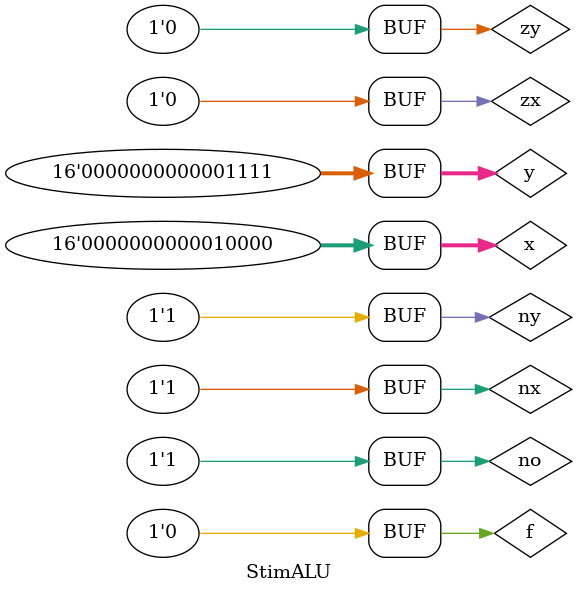
<source format=v>
module StimHalfAdder ;

wire s,c ;
reg a,b ;

HalfAdder HOut(a,b,s,c) ;

initial 
begin
	a = 0 ; b = 0 ; #10 ; 
	a = 0 ; b = 1 ; #10 ;
	a = 1 ; b = 0 ; #10 ;
	a = 1 ; b = 1 ; #10 ;
end

endmodule 

module StimFullAdder ;

wire s,c ;
reg a,b,c0 ;

FullAdder FOut(a,b,c0,s,c) ;

initial 
begin
	c0 = 0 ; a = 0 ; b = 0 ; #10 ; 
	c0 = 0 ; a = 0 ; b = 1 ; #10 ;
	c0 = 0 ; a = 1 ; b = 0 ; #10 ;
	c0 = 0 ; a = 1 ; b = 1 ; #10 ;
	c0 = 1 ; a = 0 ; b = 0 ; #10 ; 
	c0 = 1 ; a = 0 ; b = 1 ; #10 ;
	c0 = 1 ; a = 1 ; b = 0 ; #10 ;
	c0 = 1 ; a = 1 ; b = 1 ; #10 ;
end

endmodule 

module StimInc4Bit ;

wire [3:0] o ;
reg [3:0] a ;
integer i ;

Inc4Bit IOut(a,o) ;

initial 
begin 
	for(i=0;i<16;i=i+1)
	begin 
		a = i ; #10 ;
	end
end

endmodule 

module StimAdd4Bit ;

wire [3:0] o ;
reg [3:0] a,b ;

Add4Bit A(a,b,o) ;

initial 
begin 
	a = 15 ; b = 15 ; #10 ;
	a = 15 ; b = 0 ; #10 ;
	a = 0 ; b = 15 ; #10 ;
	a = 0 ; b = 0 ; #10 ;
	a = 9 ; b = 6 ; #10 ;
	a = 9 ; b = 7 ; #10 ;
	a = 5 ; b = 7 ; #10 ;
	a = 6 ; b = 7 ; #10 ;
end

endmodule

module StimInc16Bit ;

wire [15:0] o ;
reg [15:0] a ;
integer i ;

Inc16Bit IOut(a,o) ;

initial 
begin 
	for(i=0;i<65535;i=i+1051)
	begin 
		a = i ; #10 ;
	end
end

endmodule 

module StimAdd16Bit ;

wire [15:0] o ;
reg [15:0] a,b ;

Add16Bit A(a,b,o) ;

initial 
begin 
	a = 15 ; b = 15 ; #10 ;
	a = 15 ; b = 0 ; #10 ;
	a = 0 ; b = 15 ; #10 ;
	a = 0 ; b = 0 ; #10 ;
	a = 962 ; b = 626 ; #10 ;
	a = 936 ; b = 772 ; #10 ;
	a = 485 ; b = 727 ; #10 ;
	a = 836 ; b = 753 ; #10 ;
end

endmodule

module StimNeg16 ;

wire [15:0] o ;
reg [15:0] a ;

Neg16 N(a,o) ;

initial
begin 
	a = 151 ; #10 ;
	a = 1251 ; #10 ;
	a = 38563 ; #10 ;
	a = 47251 ; #10 ;
	a = 12845 ; #10 ;
	a = 8221 ; #10 ;
	a = 3732 ; #10 ;
	a = 1754 ; #10 ;
end

endmodule 

module StimALU ;

wire [15:0] o ;
wire ng,zr ;
reg [15:0] x,y ;
reg zx,nx,zy,ny,f,no ;

ALU A(x,y,zx,nx,zy,ny,f,no,zr,ng,o) ;

initial 
begin 
	x = 16 ; y = 15 ; 
	zx = 0 ; nx = 0 ; zy = 0 ; ny = 0 ; f = 1 ; no = 0 ; #10 ; // x+y 
	zx = 0 ; nx = 1 ; zy = 0 ; ny = 0 ; f = 1 ; no = 1 ; #10 ; // x-y 
	zx = 0 ; nx = 0 ; zy = 0 ; ny = 1 ; f = 1 ; no = 1 ; #10 ; // y-x 
	zx = 1 ; nx = 0 ; zy = 1 ; ny = 0 ; f = 1 ; no = 0 ; #10 ; // 0
	zx = 1 ; nx = 1 ; zy = 1 ; ny = 1 ; f = 1 ; no = 1 ; #10 ; // 1
	zx = 1 ; nx = 1 ; zy = 1 ; ny = 0 ; f = 1 ; no = 0 ; #10 ; // -1
	zx = 0 ; nx = 0 ; zy = 1 ; ny = 1 ; f = 0 ; no = 0 ; #10 ; // x
	zx = 1 ; nx = 1 ; zy = 0 ; ny = 0 ; f = 0 ; no = 0 ; #10 ; // y
	zx = 0 ; nx = 0 ; zy = 1 ; ny = 1 ; f = 1 ; no = 1 ; #10 ; // -x
	zx = 1 ; nx = 1 ; zy = 0 ; ny = 0 ; f = 1 ; no = 1 ; #10 ; // -y 
	zx = 0 ; nx = 0 ; zy = 1 ; ny = 1 ; f = 0 ; no = 1 ; #10 ; // !x 
	zx = 1 ; nx = 1 ; zy = 0 ; ny = 0 ; f = 0 ; no = 1 ; #10 ; // !y 
	zx = 0 ; nx = 1 ; zy = 1 ; ny = 1 ; f = 1 ; no = 1 ; #10 ; // x+1
	zx = 1 ; nx = 1 ; zy = 0 ; ny = 1 ; f = 1 ; no = 1 ; #10 ; // y+1
	zx = 0 ; nx = 0 ; zy = 1 ; ny = 1 ; f = 1 ; no = 0 ; #10 ; // x-1 
	zx = 1 ; nx = 1 ; zy = 0 ; ny = 0 ; f = 1 ; no = 0 ; #10 ; // y-1
	zx = 0 ; nx = 0 ; zy = 0 ; ny = 0 ; f = 0 ; no = 0 ; #10 ; // x&y 
	zx = 0 ; nx = 1 ; zy = 0 ; ny = 1 ; f = 0 ; no = 1 ; #10 ; // x|y 
end

endmodule
	
</source>
